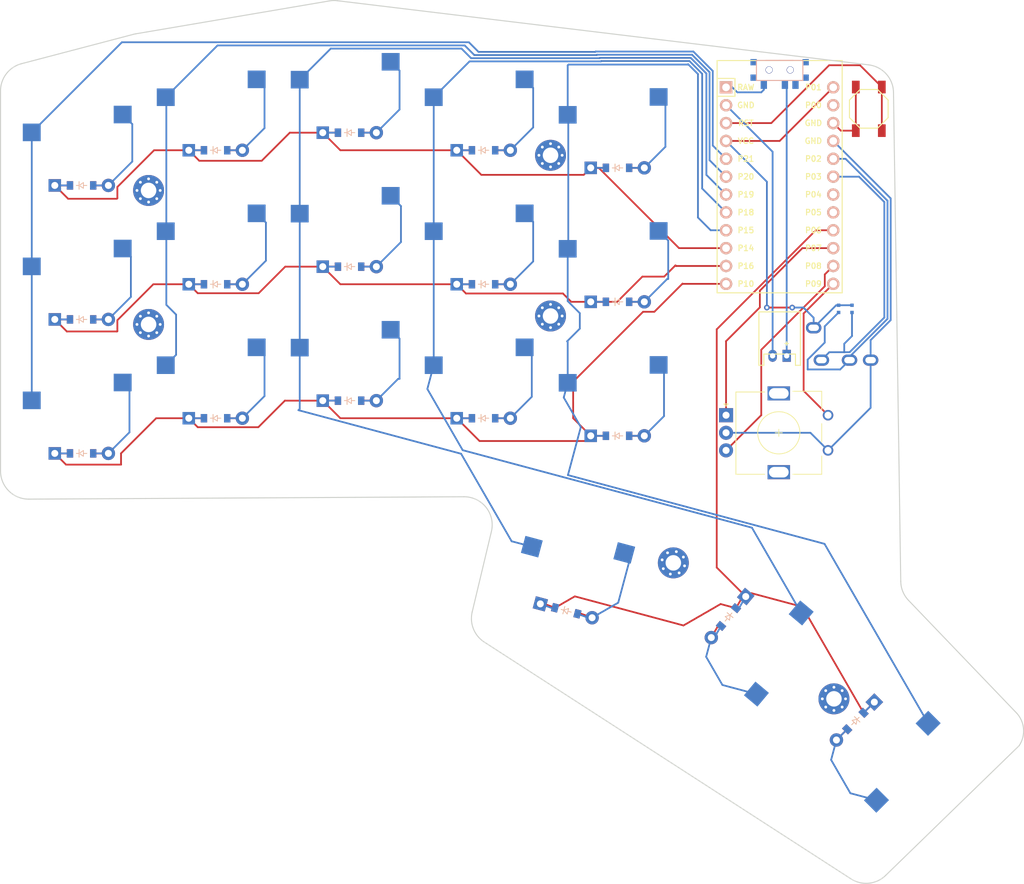
<source format=kicad_pcb>
(kicad_pcb (version 20221018) (generator pcbnew)
  (title_block (title "juubo_left") (rev "v1.0.0") (company "Unknown"))
  (layers (0 "F.Cu" signal) (31 "B.Cu" signal) (34 "B.Paste" user) (35 "F.Paste" user) (36 "B.SilkS" user "B.Silkscreen") (37 "F.SilkS" user "F.Silkscreen") (38 "B.Mask" user) (39 "F.Mask" user) (44 "Edge.Cuts" user))
  (net 0 "")
  (net 1 "P9")
  (net 2 "GND")
  (net 3 "P7")
  (net 4 "P8")
  (net 5 "P21")
  (net 6 "pinky_bottom")
  (net 7 "pinky_home")
  (net 8 "pinky_top")
  (net 9 "P20")
  (net 10 "ring_bottom")
  (net 11 "ring_home")
  (net 12 "ring_top")
  (net 13 "P19")
  (net 14 "middle_bottom")
  (net 15 "middle_home")
  (net 16 "middle_top")
  (net 17 "P18")
  (net 18 "index_bottom")
  (net 19 "index_home")
  (net 20 "index_top")
  (net 21 "P15")
  (net 22 "inner_bottom")
  (net 23 "inner_home")
  (net 24 "inner_top")
  (net 25 "layer_cluster")
  (net 26 "space_cluster")
  (net 27 "extra_cluster")
  (net 28 "P10")
  (net 29 "P16")
  (net 30 "P14")
  (net 31 "P6")
  (net 32 "RAW")
  (net 33 "RST")
  (net 34 "VCC")
  (net 35 "P0")
  (net 36 "P2")
  (net 37 "P3")
  (net 38 "P4")
  (net 39 "P5")
  (net 40 "B+")
  (footprint "E73:SPDT_C128955" (layer "F.Cu") (at 187.613786 48.4125)
    (fp_text reference "T1" hide)
    (fp_text value "" hide)
  )
  (footprint "E73:SW_TACT_ALPS_SKQGABE010" (layer "F.Cu") (at 200.291286 53.94591 90)
    (fp_text reference "B1" hide)
    (fp_text value "" hide)
  )
  (footprint "JST_PH_S2B-PH-K_02x2.00mm_Angled" (layer "F.Cu") (at 187.613785 89.063409 180)
    (fp_text reference "JST1" hide)
    (fp_text value "" hide)
  )
  (footprint "ComboDiode" (layer "F.Cu") (at 107.413787 97.935909)
    (fp_text reference "D4" hide)
    (fp_text value "" hide)
  )
  (footprint "MX" (layer "F.Cu") (at 126.463783 52.335909)
    (fp_text reference "S9" hide)
    (fp_text value "" hide)
  )
  (footprint "ComboDiode" (layer "F.Cu") (at 107.413784 59.835912)
    (fp_text reference "D6" hide)
    (fp_text value "" hide)
  )
  (footprint "TRRS-PJ-320A-dual" (layer "F.Cu") (at 203.748785 89.673409 -90)
    (fp_text reference "TRRS1")
    (fp_text value "TRRS-PJ-320A-dual")
  )
  (footprint "ComboDiode" (layer "F.Cu") (at 107.413783 78.885908)
    (fp_text reference "D5" hide)
    (fp_text value "" hide)
  )
  (footprint "MX" (layer "F.Cu") (at 88.363786 97.935909)
    (fp_text reference "S1" hide)
    (fp_text value "" hide)
  )
  (footprint "MX" (layer "F.Cu") (at 107.413785 54.83591)
    (fp_text reference "S6" hide)
    (fp_text value "" hide)
  )
  (footprint "ComboDiode" (layer "F.Cu") (at 164.563785 62.335911)
    (fp_text reference "D15" hide)
    (fp_text value "" hide)
  )
  (footprint "MX" (layer "F.Cu") (at 126.463784 90.435911)
    (fp_text reference "S7" hide)
    (fp_text value "" hide)
  )
  (footprint "MX" (layer "F.Cu") (at 145.513785 92.93591)
    (fp_text reference "S10" hide)
    (fp_text value "" hide)
  )
  (footprint "MountingHole_2.2mm_M2_Pad_Via" (layer "F.Cu") (at 155.038789 60.55091)
    (fp_text reference "_2" hide)
    (fp_text value "")
  )
  (footprint "rotary_encoder" (layer "F.Cu") (at 187.613785 100.045912)
    (fp_text reference "ROT1" hide)
    (fp_text value "")
  )
  (footprint "ComboDiode" (layer "F.Cu") (at 126.463784 76.385911)
    (fp_text reference "D8" hide)
    (fp_text value "" hide)
  )
  (footprint "ComboDiode" (layer "F.Cu") (at 126.463784 57.33591)
    (fp_text reference "D9" hide)
    (fp_text value "" hide)
  )
  (footprint "ComboDiode" (layer "F.Cu") (at 145.513784 78.88591)
    (fp_text reference "D11" hide)
    (fp_text value "" hide)
  )
  (footprint "MX" (layer "F.Cu") (at 158.563786 120.485912 -15)
    (fp_text reference "S16" hide)
    (fp_text value "" hide)
  )
  (footprint "ComboDiode" (layer "F.Cu") (at 88.363784 102.935911)
    (fp_text reference "D1" hide)
    (fp_text value "" hide)
  )
  (footprint "ComboDiode" (layer "F.Cu") (at 145.513785 97.935908)
    (fp_text reference "D10" hide)
    (fp_text value "" hide)
  )
  (footprint "ComboDiode" (layer "F.Cu") (at 164.563786 81.38591)
    (fp_text reference "D14" hide)
    (fp_text value "" hide)
  )
  (footprint "MountingHole_2.2mm_M2_Pad_Via" (layer "F.Cu") (at 155.038784 83.4)
    (fp_text reference "_6" hide)
    (fp_text value "")
  )
  (footprint "ComboDiode" (layer "F.Cu") (at 126.463785 95.435911)
    (fp_text reference "D7" hide)
    (fp_text value "" hide)
  )
  (footprint "ProMicro" (layer "F.Cu") (at 187.613787 64.860909 -90)
    (fp_text reference "MCU1" hide)
    (fp_text value "" hide)
  )
  (footprint "MX" (layer "F.Cu") (at 145.513787 54.835911)
    (fp_text reference "S12" hide)
    (fp_text value "" hide)
  )
  (footprint "MX" (layer "F.Cu") (at 88.363785 59.835911)
    (fp_text reference "S3" hide)
    (fp_text value "" hide)
  )
  (footprint "MX" (layer "F.Cu") (at 145.513785 73.885909)
    (fp_text reference "S11" hide)
    (fp_text value "" hide)
  )
  (footprint "MountingHole_2.2mm_M2_Pad_Via" (layer "F.Cu") (at 97.888786 84.6)
    (fp_text reference "_3" hide)
    (fp_text value "")
  )
  (footprint "MX" (layer "F.Cu") (at 184.174439 129.418819 -130)
    (fp_text reference "S17" hide)
    (fp_text value "" hide)
  )
  (footprint "MountingHole_2.2mm_M2_Pad_Via" (layer "F.Cu") (at 195.333274 137.833274 -135)
    (fp_text reference "_5" hide)
    (fp_text value "")
  )
  (footprint "ComboDiode" (layer "F.Cu") (at 88.363786 64.835909)
    (fp_text reference "D3" hide)
    (fp_text value "" hide)
  )
  (footprint "ComboDiode" (layer "F.Cu") (at 157.269692 125.315539 -15)
    (fp_text reference "D16" hide)
    (fp_text value "" hide)
  )
  (footprint "ComboDiode" (layer "F.Cu") (at 88.363785 83.885911)
    (fp_text reference "D2" hide)
    (fp_text value "" hide)
  )
  (footprint "MX" (layer "F.Cu") (at 201.918989 144.526213 -135)
    (fp_text reference "S18" hide)
    (fp_text value "" hide)
  )
  (footprint "MountingHole_2.2mm_M2_Pad_Via" (layer "F.Cu") (at 172.5 118.5 -15)
    (fp_text reference "_4" hide)
    (fp_text value "")
  )
  (footprint "ComboDiode" (layer "F.Cu") (at 164.563786 100.43591)
    (fp_text reference "D13" hide)
    (fp_text value "" hide)
  )
  (footprint "MX" (layer "F.Cu") (at 107.413786 92.935912)
    (fp_text reference "S4" hide)
    (fp_text value "" hide)
  )
  (footprint "MountingHole_2.2mm_M2_Pad_Via" (layer "F.Cu") (at 97.888787 65.55091)
    (fp_text reference "_1" hide)
    (fp_text value "")
  )
  (footprint "MX" (layer "F.Cu") (at 88.363785 78.885908)
    (fp_text reference "S2" hide)
    (fp_text value "" hide)
  )
  (footprint "MX" (layer "F.Cu") (at 164.563785 57.335911)
    (fp_text reference "S15" hide)
    (fp_text value "" hide)
  )
  (footprint "MX" (layer "F.Cu") (at 126.463787 71.385911)
    (fp_text reference "S8" hide)
    (fp_text value "" hide)
  )
  (footprint "ComboDiode" (layer "F.Cu") (at 198.383457 140.990682 -135)
    (fp_text reference "D18" hide)
    (fp_text value "" hide)
  )
  (footprint "MX" (layer "F.Cu") (at 164.563783 76.385911)
    (fp_text reference "S14" hide)
    (fp_text value "" hide)
  )
  (footprint "ComboDiode" (layer "F.Cu") (at 180.344219 126.204878 -130)
    (fp_text reference "D17" hide)
    (fp_text value "" hide)
  )
  (footprint "MX" (layer "F.Cu") (at 107.413784 73.88591)
    (fp_text reference "S5" hide)
    (fp_text value "" hide)
  )
  (footprint "MX" (layer "F.Cu") (at 164.563786 95.435911)
    (fp_text reference "S13" hide)
    (fp_text value "" hide)
  )
  (footprint "ComboDiode" (layer "F.Cu") (at 145.513787 59.835909)
    (fp_text reference "D12" hide)
    (fp_text value "" hide)
  )
  (footprint "RES_ERJ2RKF4701X" (layer "B.Cu") (at 197.901286 82.385911 -90)
    (fp_text reference "DISP1" hide)
    (fp_text value "RES_ERJ2RKF4701X")
  )
  (footprint "RES_ERJ2RKF4701X" (layer "B.Cu") (at 195.996287 82.385909 -90)
    (fp_text reference "DISP2" hide)
    (fp_text value "RES_ERJ2RKF4701X")
  )
  (gr_arc (start 142.722221 109.098913) (mid 145.877217 110.612025) (end 146.634761 114.028112) (stroke (width 0.15)) (layer "Edge.Cuts"))
  (gr_arc (start 95.717823 43.355782) (mid 95.889609 43.314727) (end 96.063039 43.281294) (stroke (width 0.15)) (layer "Edge.Cuts"))
  (gr_arc (start 123.58592 38.603279) (mid 124.159797 38.547878) (end 124.735675 38.575565) (stroke (width 0.15)) (layer "Edge.Cuts"))
  (gr_line (start 96.063039 43.281294) (end 123.58592 38.603279) (stroke (width 0.15)) (layer "Edge.Cuts"))
  (gr_line (start 142.722221 109.098913) (end 80.860764 109.438811) (stroke (width 0.15)) (layer "Edge.Cuts"))
  (gr_line (start 197.688861 163.388522) (end 145.621497 129.763273) (stroke (width 0.15)) (layer "Edge.Cuts"))
  (gr_arc (start 80.860763 109.438813) (mid 78.018185 108.27504) (end 76.838785 105.438871) (stroke (width 0.15)) (layer "Edge.Cuts"))
  (gr_line (start 203.800645 51.608921) (end 204.832746 121.127688) (stroke (width 0.15)) (layer "Edge.Cuts"))
  (gr_line (start 205.945229 123.836839) (end 221.356715 139.908255) (stroke (width 0.15)) (layer "Edge.Cuts"))
  (gr_arc (start 76.838784 51.396523) (mid 77.67162 48.953369) (end 79.823311 47.527571) (stroke (width 0.15)) (layer "Edge.Cuts"))
  (gr_line (start 124.735675 38.575565) (end 200.280578 47.697146) (stroke (width 0.15)) (layer "Edge.Cuts"))
  (gr_arc (start 205.945229 123.836839) (mid 205.132139 122.587738) (end 204.832746 121.127688) (stroke (width 0.15)) (layer "Edge.Cuts"))
  (gr_arc (start 200.280578 47.697143) (mid 202.774498 48.99265) (end 203.800645 51.608921) (stroke (width 0.15)) (layer "Edge.Cuts"))
  (gr_line (start 202.748997 162.877717) (end 221.659673 144.499586) (stroke (width 0.15)) (layer "Edge.Cuts"))
  (gr_arc (start 145.621497 129.763273) (mid 144.079016 127.892173) (end 143.900962 125.473809) (stroke (width 0.15)) (layer "Edge.Cuts"))
  (gr_line (start 76.838785 105.438871) (end 76.838784 51.396523) (stroke (width 0.15)) (layer "Edge.Cuts"))
  (gr_line (start 79.823311 47.527571) (end 95.717823 43.355782) (stroke (width 0.15)) (layer "Edge.Cuts"))
  (gr_line (start 143.900962 125.473809) (end 146.634761 114.028112) (stroke (width 0.15)) (layer "Edge.Cuts"))
  (gr_arc (start 202.748997 162.877717) (mid 200.311135 164.046527) (end 197.688861 163.388522) (stroke (width 0.15)) (layer "Edge.Cuts"))
  (gr_arc (start 221.356714 139.908256) (mid 222.292209 142.152188) (end 221.659673 144.499586) (stroke (width 0.15)) (layer "Edge.Cuts"))
  (segment (start 191.023785 94.035912) (end 191.023785 83.040911) (width 0.25) (layer "F.Cu") (net 1))
  (segment (start 194.493785 97.505912) (end 191.023785 94.035912) (width 0.25) (layer "F.Cu") (net 1))
  (segment (start 191.023785 83.040911) (end 195.233787 78.830909) (width 0.25) (layer "F.Cu") (net 1))
  (segment (start 198.441286 57.04591) (end 196.308788 57.04591) (width 0.25) (layer "F.Cu") (net 2))
  (segment (start 198.441286 57.04591) (end 198.441286 50.84591) (width 0.25) (layer "F.Cu") (net 2))
  (segment (start 196.308788 57.04591) (end 195.233787 55.970909) (width 0.25) (layer "F.Cu") (net 2))
  (segment (start 194.493785 102.505912) (end 200.548785 96.450912) (width 0.25) (layer "B.Cu") (net 2))
  (segment (start 203.4 83.986396) (end 203.4 66.677122) (width 0.25) (layer "B.Cu") (net 2))
  (segment (start 179.993785 100.005912) (end 191.993785 100.005912) (width 0.25) (layer "B.Cu") (net 2))
  (segment (start 200.548785 86.837611) (end 203.4 83.986396) (width 0.25) (layer "B.Cu") (net 2))
  (segment (start 200.548785 89.673409) (end 200.548785 86.837611) (width 0.25) (layer "B.Cu") (net 2))
  (segment (start 203.4 66.677122) (end 195.233787 58.510909) (width 0.25) (layer "B.Cu") (net 2))
  (segment (start 186.613785 60.050907) (end 179.993787 53.430909) (width 0.25) (layer "B.Cu") (net 2))
  (segment (start 191.993785 100.005912) (end 194.493785 102.505912) (width 0.25) (layer "B.Cu") (net 2))
  (segment (start 200.548785 96.450912) (end 200.548785 89.673409) (width 0.25) (layer "B.Cu") (net 2))
  (segment (start 186.613785 89.063409) (end 186.613785 60.050907) (width 0.25) (layer "B.Cu") (net 2))
  (segment (start 179.993785 97.505912) (end 179.993785 86.98091) (width 0.25) (layer "F.Cu") (net 3))
  (segment (start 184.8 82.174695) (end 184.8 79.8) (width 0.25) (layer "F.Cu") (net 3))
  (segment (start 190.849091 73.750909) (end 195.233787 73.750909) (width 0.25) (layer "F.Cu") (net 3))
  (segment (start 179.993785 86.98091) (end 184.8 82.174695) (width 0.25) (layer "F.Cu") (net 3))
  (segment (start 184.8 79.8) (end 190.849091 73.750909) (width 0.25) (layer "F.Cu") (net 3))
  (segment (start 179.993785 102.505912) (end 185 97.499697) (width 0.25) (layer "F.Cu") (net 4))
  (segment (start 194.032487 77.492209) (end 195.233787 76.290909) (width 0.25) (layer "F.Cu") (net 4))
  (segment (start 194.032487 79.167513) (end 194.032487 77.492209) (width 0.25) (layer "F.Cu") (net 4))
  (segment (start 185 97.499697) (end 185 88.2) (width 0.25) (layer "F.Cu") (net 4))
  (segment (start 185 88.2) (end 194.032487 79.167513) (width 0.25) (layer "F.Cu") (net 4))
  (segment (start 144.8 45.85) (end 161.4 45.85) (width 0.25) (layer "B.Cu") (net 5))
  (segment (start 81.278785 57.295911) (end 81.278786 76.345909) (width 0.25) (layer "B.Cu") (net 5))
  (segment (start 81.278785 57.295911) (end 94.093787 44.480909) (width 0.25) (layer "B.Cu") (net 5))
  (segment (start 175.345584 45.8) (end 178.1 48.554416) (width 0.25) (layer "B.Cu") (net 5))
  (segment (start 178.1 48.554416) (end 178.1 59.157122) (width 0.25) (layer "B.Cu") (net 5))
  (segment (start 94.093787 44.480909) (end 143.430909 44.480909) (width 0.25) (layer "B.Cu") (net 5))
  (segment (start 161.45 45.8) (end 175.345584 45.8) (width 0.25) (layer "B.Cu") (net 5))
  (segment (start 143.430909 44.480909) (end 144.8 45.85) (width 0.25) (layer "B.Cu") (net 5))
  (segment (start 161.4 45.85) (end 161.45 45.8) (width 0.25) (layer "B.Cu") (net 5))
  (segment (start 178.1 59.157122) (end 179.993787 61.050909) (width 0.25) (layer "B.Cu") (net 5))
  (segment (start 81.278786 76.345909) (end 81.278787 95.39591) (width 0.25) (layer "B.Cu") (net 5))
  (segment (start 90.013783 102.93591) (end 92.173783 102.935911) (width 0.25) (layer "F.Cu") (net 6))
  (segment (start 95.172232 93.822356) (end 94.205786 92.85591) (width 0.25) (layer "B.Cu") (net 6))
  (segment (start 92.173784 102.93591) (end 95.172232 99.937463) (width 0.25) (layer "B.Cu") (net 6))
  (segment (start 92.173783 102.935911) (end 90.013783 102.93591) (width 0.25) (layer "B.Cu") (net 6))
  (segment (start 95.172232 99.937463) (end 95.172232 93.822356) (width 0.25) (layer "B.Cu") (net 6))
  (segment (start 92.173785 83.885908) (end 90.013785 83.885908) (width 0.25) (layer "F.Cu") (net 7))
  (segment (start 90.013785 83.885908) (end 92.173785 83.885908) (width 0.25) (layer "B.Cu") (net 7))
  (segment (start 95.372232 80.687464) (end 95.372231 74.972355) (width 0.25) (layer "B.Cu") (net 7))
  (segment (start 92.173786 83.885911) (end 95.372232 80.687464) (width 0.25) (layer "B.Cu") (net 7))
  (segment (start 95.372231 74.972355) (end 94.205786 73.805909) (width 0.25) (layer "B.Cu") (net 7))
  (segment (start 90.013784 64.835913) (end 92.173786 64.835909) (width 0.25) (layer "F.Cu") (net 8))
  (segment (start 95.572232 61.437463) (end 95.572232 56.122358) (width 0.25) (layer "B.Cu") (net 8))
  (segment (start 95.572232 56.122358) (end 94.205785 54.755911) (width 0.25) (layer "B.Cu") (net 8))
  (segment (start 92.173786 64.835909) (end 90.013784 64.835913) (width 0.25) (layer "B.Cu") (net 8))
  (segment (start 92.173786 64.835909) (end 95.572232 61.437463) (width 0.25) (layer "B.Cu") (net 8))
  (segment (start 177.65 48.740812) (end 177.65 61.247122) (width 0.25) (layer "B.Cu") (net 9))
  (segment (start 100.328784 90.395909) (end 100.328785 90.395912) (width 0.25) (layer "B.Cu") (net 9))
  (segment (start 100.413788 52.380911) (end 100.413787 71.260908) (width 0.25) (layer "B.Cu") (net 9))
  (segment (start 107.693786 44.930909) (end 142.830909 44.930909) (width 0.25) (layer "B.Cu") (net 9))
  (segment (start 161.6 46.3) (end 161.65 46.25) (width 0.25) (layer "B.Cu") (net 9))
  (segment (start 100.413786 81.813786) (end 101.8 83.2) (width 0.25) (layer "B.Cu") (net 9))
  (segment (start 100.413787 71.260908) (end 100.328783 71.345911) (width 0.25) (layer "B.Cu") (net 9))
  (segment (start 100.413786 71.430912) (end 100.413786 81.813786) (width 0.25) (layer "B.Cu") (net 9))
  (segment (start 100.328785 52.29591) (end 100.413788 52.380911) (width 0.25) (layer "B.Cu") (net 9))
  (segment (start 177.65 61.247122) (end 179.993787 63.590909) (width 0.25) (layer "B.Cu") (net 9))
  (segment (start 161.65 46.25) (end 175.159188 46.25) (width 0.25) (layer "B.Cu") (net 9))
  (segment (start 101.8 88.924698) (end 100.328786 90.395912) (width 0.25) (layer "B.Cu") (net 9))
  (segment (start 100.328784 71.34591) (end 100.413786 71.430912) (width 0.25) (layer "B.Cu") (net 9))
  (segment (start 175.159188 46.25) (end 177.65 48.740812) (width 0.25) (layer "B.Cu") (net 9))
  (segment (start 142.830909 44.930909) (end 144.2 46.3) (width 0.25) (layer "B.Cu") (net 9))
  (segment (start 100.328785 52.29591) (end 107.693786 44.930909) (width 0.25) (layer "B.Cu") (net 9))
  (segment (start 101.8 83.2) (end 101.8 88.924698) (width 0.25) (layer "B.Cu") (net 9))
  (segment (start 144.2 46.3) (end 161.6 46.3) (width 0.25) (layer "B.Cu") (net 9))
  (segment (start 111.223787 97.93591) (end 109.063785 97.93591) (width 0.25) (layer "F.Cu") (net 10))
  (segment (start 114.372232 94.787465) (end 114.372231 88.972358) (width 0.25) (layer "B.Cu") (net 10))
  (segment (start 111.223787 97.93591) (end 114.372232 94.787465) (width 0.25) (layer "B.Cu") (net 10))
  (segment (start 109.063785 97.93591) (end 111.223787 97.93591) (width 0.25) (layer "B.Cu") (net 10))
  (segment (start 114.372231 88.972358) (end 113.255787 87.855911) (width 0.25) (layer "B.Cu") (net 10))
  (segment (start 109.063783 78.88591) (end 111.223784 78.885908) (width 0.25) (layer "F.Cu") (net 11))
  (segment (start 114.572232 75.537461) (end 114.572231 70.122359) (width 0.25) (layer "B.Cu") (net 11))
  (segment (start 111.223783 78.88591) (end 114.572232 75.537461) (width 0.25) (layer "B.Cu") (net 11))
  (segment (start 114.572231 70.122359) (end 113.255784 68.805911) (width 0.25) (layer "B.Cu") (net 11))
  (segment (start 111.223784 78.885908) (end 109.063783 78.88591) (width 0.25) (layer "B.Cu") (net 11))
  (segment (start 111.223787 59.835909) (end 109.063786 59.835908) (width 0.25) (layer "F.Cu") (net 12))
  (segment (start 114.372231 50.872356) (end 113.255785 49.755909) (width 0.25) (layer "B.Cu") (net 12))
  (segment (start 109.063786 59.835908) (end 111.223787 59.835909) (width 0.25) (layer "B.Cu") (net 12))
  (segment (start 111.223783 59.835912) (end 114.372232 56.687464) (width 0.25) (layer "B.Cu") (net 12))
  (segment (start 114.372232 56.687464) (end 114.372231 50.872356) (width 0.25) (layer "B.Cu") (net 12))
  (segment (start 119.378787 87.895908) (end 119.378784 87.895911) (width 0.25) (layer "B.Cu") (net 13))
  (segment (start 174.972792 46.7) (end 177.2 48.927208) (width 0.25) (layer "B.Cu") (net 13))
  (segment (start 143.75 46.75) (end 162 46.75) (width 0.25) (layer "B.Cu") (net 13))
  (segment (start 142.323172 102.987514) (end 119.2 96.791679) (width 0.25) (layer "B.Cu") (net 13))
  (segment (start 162.05 46.7) (end 174.972792 46.7) (width 0.25) (layer "B.Cu") (net 13))
  (segment (start 142.380909 45.380909) (end 143.75 46.75) (width 0.25) (layer "B.Cu") (net 13))
  (segment (start 177.2 63.337122) (end 179.993787 66.130909) (width 0.25) (layer "B.Cu") (net 13))
  (segment (start 162 46.75) (end 162.05 46.7) (width 0.25) (layer "B.Cu") (net 13))
  (segment (start 119.378783 49.795908) (end 119.378784 68.845909) (width 0.25) (layer "B.Cu") (net 13))
  (segment (start 119.2 96.791679) (end 119.378784 96.612895) (width 0.25) (layer "B.Cu") (net 13))
  (segment (start 119.378787 68.845912) (end 119.378787 87.895908) (width 0.25) (layer "B.Cu") (net 13))
  (segment (start 119.378784 68.845909) (end 119.378787 68.845912) (width 0.25) (layer "B.Cu") (net 13))
  (segment (start 119.378784 96.612895) (end 119.378784 87.895911) (width 0.25) (layer "B.Cu") (net 13))
  (segment (start 177.2 48.927208) (end 177.2 63.337122) (width 0.25) (layer "B.Cu") (net 13))
  (segment (start 152.377603 116.198728) (end 149.506511 115.429421) (width 0.25) (layer "B.Cu") (net 13))
  (segment (start 149.506511 115.429421) (end 142.323172 102.987514) (width 0.25) (layer "B.Cu") (net 13))
  (segment (start 119.378783 49.795909) (end 123.793783 45.380909) (width 0.25) (layer "B.Cu") (net 13))
  (segment (start 123.793783 45.380909) (end 142.380909 45.380909) (width 0.25) (layer "B.Cu") (net 13))
  (segment (start 128.113785 95.435911) (end 130.273787 95.435911) (width 0.25) (layer "F.Cu") (net 14))
  (segment (start 133.377376 92.332319) (end 133.572232 92.33232) (width 0.25) (layer "B.Cu") (net 14))
  (segment (start 130.273785 95.435911) (end 133.377376 92.332319) (width 0.25) (layer "B.Cu") (net 14))
  (segment (start 130.273787 95.435911) (end 128.113785 95.435911) (width 0.25) (layer "B.Cu") (net 14))
  (segment (start 133.572232 86.622358) (end 132.305785 85.355911) (width 0.25) (layer "B.Cu") (net 14))
  (segment (start 133.572232 92.33232) (end 133.572232 86.622358) (width 0.25) (layer "B.Cu") (net 14))
  (segment (start 130.273785 76.38591) (end 128.113784 76.385908) (width 0.25) (layer "F.Cu") (net 15))
  (segment (start 133.772232 67.772357) (end 132.305786 66.305912) (width 0.25) (layer "B.Cu") (net 15))
  (segment (start 133.772232 72.887463) (end 133.772232 67.772357) (width 0.25) (layer "B.Cu") (net 15))
  (segment (start 128.113784 76.385908) (end 130.273785 76.38591) (width 0.25) (layer "B.Cu") (net 15))
  (segment (start 130.273782 76.385911) (end 133.772232 72.887463) (width 0.25) (layer "B.Cu") (net 15))
  (segment (start 128.113785 57.33591) (end 130.273785 57.335911) (width 0.25) (layer "F.Cu") (net 16))
  (segment (start 133.572233 54.037462) (end 133.572232 48.522356) (width 0.25) (layer "B.Cu") (net 16))
  (segment (start 130.273785 57.335911) (end 128.113785 57.33591) (width 0.25) (layer "B.Cu") (net 16))
  (segment (start 133.572232 48.522356) (end 132.305784 47.255908) (width 0.25) (layer "B.Cu") (net 16))
  (segment (start 130.273786 57.33591) (end 133.572233 54.037462) (width 0.25) (layer "B.Cu") (net 16))
  (segment (start 162.25 47.15) (end 174.786396 47.15) (width 0.25) (layer "B.Cu") (net 17))
  (segment (start 143.524698 47.2) (end 162.2 47.2) (width 0.25) (layer "B.Cu") (net 17))
  (segment (start 183.673254 113.497832) (end 142.548975 102.478616) (width 0.25) (layer "B.Cu") (net 17))
  (segment (start 138.428785 71.34591) (end 138.428785 90.395912) (width 0.25) (layer "B.Cu") (net 17))
  (segment (start 142.548975 102.478616) (end 137.523544 93.774313) (width 0.25) (layer "B.Cu") (net 17))
  (segment (start 162.2 47.2) (end 162.25 47.15) (width 0.25) (layer "B.Cu") (net 17))
  (segment (start 176.6 65.277122) (end 179.993787 68.670909) (width 0.25) (layer "B.Cu") (net 17))
  (segment (start 174.786396 47.15) (end 176.6 48.963604) (width 0.25) (layer "B.Cu") (net 17))
  (segment (start 137.523544 93.774313) (end 138.428785 90.39591) (width 0.25) (layer "B.Cu") (net 17))
  (segment (start 176.6 48.963604) (end 176.6 65.277122) (width 0.25) (layer "B.Cu") (net 17))
  (segment (start 190.674343 125.624074) (end 183.673254 113.497832) (width 0.25) (layer "B.Cu") (net 17))
  (segment (start 138.428787 52.295911) (end 143.524698 47.2) (width 0.25) (layer "B.Cu") (net 17))
  (segment (start 138.428788 71.345906) (end 138.428785 71.34591) (width 0.25) (layer "B.Cu") (net 17))
  (segment (start 138.428787 52.295911) (end 138.428788 71.345906) (width 0.25) (layer "B.Cu") (net 17))
  (segment (start 149.323783 97.935911) (end 147.163785 97.93591) (width 0.25) (layer "F.Cu") (net 18))
  (segment (start 152.372231 88.872359) (end 151.355785 87.855912) (width 0.25) (layer "B.Cu") (net 18))
  (segment (start 149.323785 97.935911) (end 152.372232 94.887463) (width 0.25) (layer "B.Cu") (net 18))
  (segment (start 152.372232 94.887463) (end 152.372231 88.872359) (width 0.25) (layer "B.Cu") (net 18))
  (segment (start 147.163785 97.93591) (end 149.323783 97.935911) (width 0.25) (layer "B.Cu") (net 18))
  (segment (start 147.163786 78.885912) (end 149.323785 78.885907) (width 0.25) (layer "F.Cu") (net 19))
  (segment (start 152.572233 70.022357) (end 151.355784 68.805909) (width 0.25) (layer "B.Cu") (net 19))
  (segment (start 149.323784 78.885911) (end 152.572232 75.637464) (width 0.25) (layer "B.Cu") (net 19))
  (segment (start 149.323785 78.885907) (end 147.163786 78.885912) (width 0.25) (layer "B.Cu") (net 19))
  (segment (start 152.572232 75.637464) (end 152.572233 70.022357) (width 0.25) (layer "B.Cu") (net 19))
  (segment (start 149.323785 59.83591) (end 147.163785 59.835909) (width 0.25) (layer "F.Cu") (net 20))
  (segment (start 147.163785 59.835909) (end 149.323785 59.83591) (width 0.25) (layer "B.Cu") (net 20))
  (segment (start 152.572232 56.587463) (end 152.572232 50.972355) (width 0.25) (layer "B.Cu") (net 20))
  (segment (start 149.323786 59.835909) (end 152.572232 56.587463) (width 0.25) (layer "B.Cu") (net 20))
  (segment (start 152.572232 50.972355) (end 151.355786 49.755911) (width 0.25) (layer "B.Cu") (net 20))
  (segment (start 159.343048 99.192616) (end 157.513027 106.022347) (width 0.25) (layer "B.Cu") (net 21))
  (segment (start 157.478784 92.895908) (end 157.478786 92.89591) (width 0.25) (layer "B.Cu") (net 21))
  (segment (start 157.6 47.65) (end 174.55 47.65) (width 0.25) (layer "B.Cu") (net 21))
  (segment (start 157.478783 73.845911) (end 157.478783 81.278783) (width 0.25) (layer "B.Cu") (net 21))
  (segment (start 157.563789 73.760904) (end 157.478783 73.845911) (width 0.25) (layer "B.Cu") (net 21))
  (segment (start 159.2 85.2) (end 157.4 87) (width 0.25) (layer "B.Cu") (net 21))
  (segment (start 157.478785 47.771215) (end 157.6 47.65) (width 0.25) (layer "B.Cu") (net 21))
  (segment (start 157.478786 92.895911) (end 156.917357 94.991193) (width 0.25) (layer "B.Cu") (net 21))
  (segment (start 157.4 87) (end 157.478786 87.078786) (width 0.25) (layer "B.Cu") (net 21))
  (segment (start 159.2 83) (end 159.2 85.2) (width 0.25) (layer "B.Cu") (net 21))
  (segment (start 157.478783 81.278783) (end 159.2 83) (width 0.25) (layer "B.Cu") (net 21))
  (segment (start 157.563789 54.880912) (end 157.563789 73.760904) (width 0.25) (layer "B.Cu") (net 21))
  (segment (start 156.917357 94.991193) (end 159.343048 99.192616) (width 0.25) (layer "B.Cu") (net 21))
  (segment (start 157.478786 87.078786) (end 157.478786 92.895911) (width 0.25) (layer "B.Cu") (net 21))
  (segment (start 177.810909 71.210909) (end 179.993787 71.210909) (width 0.25) (layer "B.Cu") (net 21))
  (segment (start 157.478786 54.79591) (end 157.563789 54.880912) (width 0.25) (layer "B.Cu") (net 21))
  (segment (start 176 49) (end 176 69.4) (width 0.25) (layer "B.Cu") (net 21))
  (segment (start 176 69.4) (end 177.810909 71.210909) (width 0.25) (layer "B.Cu") (net 21))
  (segment (start 157.513027 106.022347) (end 193.99375 115.797328) (width 0.25) (layer "B.Cu") (net 21))
  (segment (start 174.55 47.65) (end 174.6 47.6) (width 0.25) (layer "B.Cu") (net 21))
  (segment (start 174.6 47.6) (end 176 49) (width 0.25) (layer "B.Cu") (net 21))
  (segment (start 193.99375 115.797328) (end 208.724891 141.312414) (width 0.25) (layer "B.Cu") (net 21))
  (segment (start 157.478785 54.795911) (end 157.478785 47.771215) (width 0.25) (layer "B.Cu") (net 21))
  (segment (start 166.213786 100.435911) (end 168.373787 100.435911) (width 0.25) (layer "F.Cu") (net 22))
  (segment (start 171.172233 97.637464) (end 171.172233 91.122355) (width 0.25) (layer "B.Cu") (net 22))
  (segment (start 168.373787 100.435911) (end 166.213786 100.435911) (width 0.25) (layer "B.Cu") (net 22))
  (segment (start 171.172233 91.122355) (end 170.405786 90.355911) (width 0.25) (layer "B.Cu") (net 22))
  (segment (start 168.373786 100.435909) (end 171.172233 97.637464) (width 0.25) (layer "B.Cu") (net 22))
  (segment (start 168.373783 81.385909) (end 166.213787 81.38591) (width 0.25) (layer "F.Cu") (net 23))
  (segment (start 171.627376 78.13232) (end 171.772232 78.13232) (width 0.25) (layer "B.Cu") (net 23))
  (segment (start 168.373787 81.385909) (end 171.627376 78.13232) (width 0.25) (layer "B.Cu") (net 23))
  (segment (start 166.213787 81.38591) (end 168.373783 81.385909) (width 0.25) (layer "B.Cu") (net 23))
  (segment (start 171.772232 72.67236) (end 170.405781 71.305911) (width 0.25) (layer "B.Cu") (net 23))
  (segment (start 171.772232 78.13232) (end 171.772232 72.67236) (width 0.25) (layer "B.Cu") (net 23))
  (segment (start 166.213786 62.335911) (end 168.373784 62.33591) (width 0.25) (layer "F.Cu") (net 24))
  (segment (start 171.372232 53.222354) (end 170.405786 52.255911) (width 0.25) (layer "B.Cu") (net 24))
  (segment (start 168.373784 62.33591) (end 166.213786 62.335911) (width 0.25) (layer "B.Cu") (net 24))
  (segment (start 171.372232 59.337463) (end 171.372232 53.222354) (width 0.25) (layer "B.Cu") (net 24))
  (segment (start 168.373784 62.335911) (end 171.372232 59.337463) (width 0.25) (layer "B.Cu") (net 24))
  (segment (start 160.949869 126.30164) (end 159.104758 125.630075) (width 0.25) (layer "F.Cu") (net 25))
  (segment (start 159.104758 125.630075) (end 158.863468 125.74259) (width 0.25) (layer "F.Cu") (net 25))
  (segment (start 166.228349 118.315284) (end 165.521525 117.09103) (width 0.25) (layer "B.Cu") (net 25))
  (segment (start 160.949869 126.30164) (end 164.662805 124.157976) (width 0.25) (layer "B.Cu") (net 25))
  (segment (start 160.708577 126.414157) (end 160.949869 126.30164) (width 0.25) (layer "B.Cu") (net 25))
  (segment (start 164.662805 124.157976) (end 166.228349 118.315284) (width 0.25) (layer "B.Cu") (net 25))
  (segment (start 158.863468 125.74259) (end 160.708577 126.414157) (width 0.25) (layer "B.Cu") (net 25))
  (segment (start 178.771249 127.60614) (end 179.283619 127.468853) (width 0.25) (layer "F.Cu") (net 26))
  (segment (start 177.895197 129.123508) (end 178.771249 127.60614) (width 0.25) (layer "F.Cu") (net 26))
  (segment (start 178.407567 128.98622) (end 177.895197 129.123508) (width 0.25) (layer "B.Cu") (net 26))
  (segment (start 179.478079 135.864494) (end 184.310781 137.159412) (width 0.25) (layer "B.Cu") (net 26))
  (segment (start 177.895197 129.123507) (end 177.163265 131.855117) (width 0.25) (layer "B.Cu") (net 26))
  (segment (start 177.163265 131.855117) (end 179.478079 135.864494) (width 0.25) (layer "B.Cu") (net 26))
  (segment (start 179.283619 127.468853) (end 178.407567 128.98622) (width 0.25) (layer "B.Cu") (net 26))
  (segment (start 195.68938 143.68476) (end 197.216731 142.157409) (width 0.25) (layer "F.Cu") (net 27))
  (segment (start 197.672258 151.255701) (end 201.380174 152.249235) (width 0.25) (layer "B.Cu") (net 27))
  (segment (start 194.932349 146.510039) (end 197.672258 151.255701) (width 0.25) (layer "B.Cu") (net 27))
  (segment (start 195.68938 143.68476) (end 194.932349 146.510039) (width 0.25) (layer "B.Cu") (net 27))
  (segment (start 197.216731 142.157409) (end 195.68938 143.68476) (width 0.25) (layer "B.Cu") (net 27))
  (segment (start 84.553783 102.935909) (end 86.713786 102.935908) (width 0.25) (layer "F.Cu") (net 28))
  (segment (start 173.830909 78.830909) (end 179.993787 78.830909) (width 0.25) (layer "F.Cu") (net 28))
  (segment (start 160.753786 100.43591) (end 158.257886 97.94001) (width 0.25) (layer "F.Cu") (net 28))
  (segment (start 158.257886 92.740161) (end 168.198047 82.8) (width 0.25) (layer "F.Cu") (net 28))
  (segment (start 141.703785 97.935911) (end 144.943785 101.175911) (width 0.25) (layer "F.Cu") (net 28))
  (segment (start 105.763787 97.935909) (end 103.603785 97.935911) (width 0.25) (layer "F.Cu") (net 28))
  (segment (start 173.8 78.8) (end 173.830909 78.830909) (width 0.25) (layer "F.Cu") (net 28))
  (segment (start 122.653785 95.435911) (end 125.153786 97.93591) (width 0.25) (layer "F.Cu") (net 28))
  (segment (start 104.881287 99.213409) (end 113.491142 99.21341) (width 0.25) (layer "F.Cu") (net 28))
  (segment (start 98.968642 97.935909) (end 103.603786 97.93591) (width 0.25) (layer "F.Cu") (net 28))
  (segment (start 122.653786 95.435908) (end 124.813786 95.435911) (width 0.25) (layer "F.Cu") (net 28))
  (segment (start 143.863785 97.935912) (end 141.703785 97.93591) (width 0.25) (layer "F.Cu") (net 28))
  (segment (start 144.943785 101.175911) (end 160.013784 101.17591) (width 0.25) (layer "F.Cu") (net 28))
  (segment (start 160.013784 101.17591) (end 160.753786 100.43591) (width 0.25) (layer "F.Cu") (net 28))
  (segment (start 160.753786 100.435909) (end 162.913785 100.435908) (width 0.25) (layer "F.Cu") (net 28))
  (segment (start 168.198047 82.8) (end 169.8 82.8) (width 0.25) (layer "F.Cu") (net 28))
  (segment (start 169.8 82.8) (end 173.8 78.8) (width 0.25) (layer "F.Cu") (net 28))
  (segment (start 125.153786 97.93591) (end 141.703785 97.935911) (width 0.25) (layer "F.Cu") (net 28))
  (segment (start 103.603786 97.93591) (end 104.881287 99.213409) (width 0.25) (layer "F.Cu") (net 28))
  (segment (start 158.257886 97.94001) (end 158.257886 92.740161) (width 0.25) (layer "F.Cu") (net 28))
  (segment (start 113.491142 99.21341) (end 117.268641 95.435911) (width 0.25) (layer "F.Cu") (net 28))
  (segment (start 93.972231 104.53232) (end 93.972232 102.932319) (width 0.25) (layer "F.Cu") (net 28))
  (segment (start 86.150193 104.532319) (end 93.972231 104.53232) (width 0.25) (layer "F.Cu") (net 28))
  (segment (start 117.268641 95.435911) (end 122.653785 95.435911) (width 0.25) (layer "F.Cu") (net 28))
  (segment (start 84.553784 102.935911) (end 86.150193 104.532319) (width 0.25) (layer "F.Cu") (net 28))
  (segment (start 93.972232 102.932319) (end 98.968642 97.935909) (width 0.25) (layer "F.Cu") (net 28))
  (segment (start 103.603785 97.935911) (end 105.763787 97.935909) (width 0.25) (layer "B.Cu") (net 28))
  (segment (start 162.913785 100.435908) (end 160.753786 100.435909) (width 0.25) (layer "B.Cu") (net 28))
  (segment (start 124.813786 95.435911) (end 122.653786 95.435908) (width 0.25) (layer "B.Cu") (net 28))
  (segment (start 86.713786 102.935908) (end 84.553783 102.935909) (width 0.25) (layer "B.Cu") (net 28))
  (segment (start 141.703785 97.93591) (end 143.863785 97.935912) (width 0.25) (layer "B.Cu") (net 28))
  (segment (start 103.603785 78.88591) (end 105.763783 78.885912) (width 0.25) (layer "F.Cu") (net 29))
  (segment (start 171.2 77.8) (end 172.8 76.2) (width 0.25) (layer "F.Cu") (net 29))
  (segment (start 157.98591 81.38591) (end 160.753786 81.38591) (width 0.25) (layer "F.Cu") (net 29))
  (segment (start 84.553785 83.885911) (end 86.267874 85.6) (width 0.25) (layer "F.Cu") (net 29))
  (segment (start 172.8 76.2) (end 172.890909 76.290909) (width 0.25) (layer "F.Cu") (net 29))
  (segment (start 98.565377 78.885908) (end 103.603783 78.885908) (width 0.25) (layer "F.Cu") (net 29))
  (segment (start 141.703786 78.885911) (end 143.863785 78.885908) (width 0.25) (layer "F.Cu") (net 29))
  (segment (start 113.541142 80.16341) (end 117.318641 76.385911) (width 0.25) (layer "F.Cu") (net 29))
  (segment (start 86.713784 83.885909) (end 84.553785 83.885909) (width 0.25) (layer "F.Cu") (net 29))
  (segment (start 86.267874 85.6) (end 93.4 85.6) (width 0.25) (layer "F.Cu") (net 29))
  (segment (start 104.881283 80.16341) (end 113.541142 80.16341) (width 0.25) (layer "F.Cu") (net 29))
  (segment (start 93.4 85.6) (end 93.451285 85.548715) (width 0.25) (layer "F.Cu") (net 29))
  (segment (start 172.890909 76.290909) (end 179.993787 76.290909) (width 0.25) (layer "F.Cu") (net 29))
  (segment (start 124.813784 76.385911) (end 122.653786 76.38591) (width 0.25) (layer "F.Cu") (net 29))
  (segment (start 122.653784 76.38591) (end 125.153784 78.88591) (width 0.25) (layer "F.Cu") (net 29))
  (segment (start 162.913784 81.38591) (end 160.753786 81.385909) (width 0.25) (layer "F.Cu") (net 29))
  (segment (start 125.153784 78.88591) (end 141.703785 78.885911) (width 0.25) (layer "F.Cu") (net 29))
  (segment (start 103.603783 78.88591) (end 104.881283 80.16341) (width 0.25) (layer "F.Cu") (net 29))
  (segment (start 168.099696 77.8) (end 171.2 77.8) (width 0.25) (layer "F.Cu") (net 29))
  (segment (start 93.451285 84) (end 98.565377 78.885908) (width 0.25) (layer "F.Cu") (net 29))
  (segment (start 164.513786 81.38591) (end 168.099696 77.8) (width 0.25) (layer "F.Cu") (net 29))
  (segment (start 143.017874 80.2) (end 156.8 80.2) (width 0.25) (layer "F.Cu") (net 29))
  (segment (start 141.703784 78.88591) (end 143.017874 80.2) (width 0.25) (layer "F.Cu") (net 29))
  (segment (start 93.451285 85.548715) (end 93.451285 84) (width 0.25) (layer "F.Cu") (net 29))
  (segment (start 156.8 80.2) (end 157.98591 81.38591) (width 0.25) (layer "F.Cu") (net 29))
  (segment (start 160.753786 81.38591) (end 164.513786 81.38591) (width 0.25) (layer "F.Cu") (net 29))
  (segment (start 117.318641 76.385911) (end 122.653784 76.38591) (width 0.25) (layer "F.Cu") (net 29))
  (segment (start 160.753786 81.385909) (end 162.913784 81.38591) (width 0.25) (layer "B.Cu") (net 29))
  (segment (start 122.653786 76.38591) (end 124.813784 76.385911) (width 0.25) (layer "B.Cu") (net 29))
  (segment (start 105.763783 78.885912) (end 103.603785 78.88591) (width 0.25) (layer "B.Cu") (net 29))
  (segment (start 84.553785 83.885909) (end 86.713784 83.885909) (width 0.25) (layer "B.Cu") (net 29))
  (segment (start 143.863785 78.885908) (end 141.703786 78.885911) (width 0.25) (layer "B.Cu") (net 29))
  (segment (start 122.653788 57.335911) (end 124.813787 57.335909) (width 0.25) (layer "F.Cu") (net 30))
  (segment (start 84.553785 64.83591) (end 86.713786 64.835908) (width 0.25) (layer "F.Cu") (net 30))
  (segment (start 122.653785 57.33591) (end 125.153784 59.835909) (width 0.25) (layer "F.Cu") (net 30))
  (segment (start 93.451285 66.653265) (end 93.451287 65.053265) (width 0.25) (layer "F.Cu") (net 30))
  (segment (start 160.753783 62.335911) (end 162.913787 62.33591) (width 0.25) (layer "F.Cu") (net 30))
  (segment (start 98.66864 59.835912) (end 103.603784 59.835912) (width 0.25) (layer "F.Cu") (net 30))
  (segment (start 160.753785 62.335911) (end 161.892785 62.335911) (width 0.25) (layer "F.Cu") (net 30))
  (segment (start 143.863785 59.835911) (end 141.703787 59.835908) (width 0.25) (layer "F.Cu") (net 30))
  (segment (start 103.603784 59.835912) (end 105.100192 61.332319) (width 0.25) (layer "F.Cu") (net 30))
  (segment (start 117.968642 57.335909) (end 122.653785 57.33591) (width 0.25) (layer "F.Cu") (net 30))
  (segment (start 93.372232 66.73232) (end 93.451285 66.653265) (width 0.25) (layer "F.Cu") (net 30))
  (segment (start 113.972233 61.33232) (end 117.968642 57.335909) (width 0.25) (layer "F.Cu") (net 30))
  (segment (start 125.153784 59.835909) (end 141.703786 59.835909) (width 0.25) (layer "F.Cu") (net 30))
  (segment (start 84.553786 64.835908) (end 86.450197 66.732319) (width 0.25) (layer "F.Cu") (net 30))
  (segment (start 159.757375 63.33232) (end 160.753784 62.335911) (width 0.25) (layer "F.Cu") (net 30))
  (segment (start 105.763786 59.83591) (end 103.603785 59.835911) (width 0.25) (layer "F.Cu") (net 30))
  (segment (start 93.451287 65.053265) (end 98.66864 59.835912) (width 0.25) (layer "F.Cu") (net 30))
  (segment (start 86.450197 66.732319) (end 93.372232 66.73232) (width 0.25) (layer "F.Cu") (net 30))
  (segment (start 105.100192 61.332319) (end 113.972233 61.33232) (width 0.25) (layer "F.Cu") (net 30))
  (segment (start 141.703786 59.835909) (end 145.200197 63.33232) (width 0.25) (layer "F.Cu") (net 30))
  (segment (start 173.307783 73.750909) (end 179.993787 73.750909) (width 0.25) (layer "F.Cu") (net 30))
  (segment (start 145.200197 63.33232) (end 159.757375 63.33232) (width 0.25) (layer "F.Cu") (net 30))
  (segment (start 161.892785 62.335911) (end 173.307783 73.750909) (width 0.25) (layer "F.Cu") (net 30))
  (segment (start 162.913787 62.33591) (end 160.753783 62.335911) (width 0.25) (layer "B.Cu") (net 30))
  (segment (start 103.603785 59.835911) (end 105.763786 59.83591) (width 0.25) (layer "B.Cu") (net 30))
  (segment (start 84.553785 64.83591) (end 86.713786 64.835908) (width 0.25) (layer "B.Cu") (net 30))
  (segment (start 141.703787 59.835908) (end 143.863785 59.835911) (width 0.25) (layer "B.Cu") (net 30))
  (segment (start 124.813787 57.335909) (end 122.653788 57.335911) (width 0.25) (layer "B.Cu") (net 30))
  (segment (start 179.217524 124.354821) (end 181.404818 124.940903) (width 0.25) (layer "F.Cu") (net 31))
  (segment (start 155.675914 124.888487) (end 158.491324 123.263011) (width 0.25) (layer "F.Cu") (net 31))
  (segment (start 155.675914 124.888486) (end 153.830805 124.216921) (width 0.25) (layer "F.Cu") (net 31))
  (segment (start 178.668785 119.161794) (end 178.668785 85.294819) (width 0.25) (layer "F.Cu") (net 31))
  (segment (start 178.668785 85.294819) (end 192.752695 71.210909) (width 0.25) (layer "F.Cu") (net 31))
  (segment (start 182.79324 123.286249) (end 178.668785 119.161794) (width 0.25) (layer "F.Cu") (net 31))
  (segment (start 190.848424 124.752069) (end 199.550183 139.823957) (width 0.25) (layer "F.Cu") (net 31))
  (segment (start 158.491324 123.263011) (end 173.939207 127.402259) (width 0.25) (layer "F.Cu") (net 31))
  (segment (start 192.752695 71.210909) (end 195.233787 71.210909) (width 0.25) (layer "F.Cu") (net 31))
  (segment (start 181.404818 124.940904) (end 182.280869 123.423537) (width 0.25) (layer "F.Cu") (net 31))
  (segment (start 199.550183 139.823957) (end 201.077533 138.296606) (width 0.25) (layer "F.Cu") (net 31))
  (segment (start 182.79324 123.286248) (end 183.612546 122.813221) (width 0.25) (layer "F.Cu") (net 31))
  (segment (start 183.612546 122.813221) (end 190.848424 124.752069) (width 0.25) (layer "F.Cu") (net 31))
  (segment (start 173.939207 127.402259) (end 179.217524 124.354821) (width 0.25) (layer "F.Cu") (net 31))
  (segment (start 153.830805 124.216921) (end 153.589513 124.329439) (width 0.25) (layer "F.Cu") (net 31))
  (segment (start 182.280869 123.423537) (end 182.79324 123.286251) (width 0.25) (layer "F.Cu") (net 31))
  (segment (start 201.077533 138.296606) (end 199.550183 139.823957) (width 0.25) (layer "B.Cu") (net 31))
  (segment (start 155.434623 125.001004) (end 155.675914 124.888486) (width 0.25) (layer "B.Cu") (net 31))
  (segment (start 182.79324 123.286251) (end 181.917187 124.803616) (width 0.25) (layer "B.Cu") (net 31))
  (segment (start 181.917187 124.803616) (end 181.404818 124.940904) (width 0.25) (layer "B.Cu") (net 31))
  (segment (start 153.589513 124.329439) (end 155.434623 125.001004) (width 0.25) (layer "B.Cu") (net 31))
  (segment (start 181.6 51.6) (end 180.890909 50.890909) (width 0.25) (layer "B.Cu") (net 32))
  (segment (start 185.363786 51.236214) (end 185 51.6) (width 0.25) (layer "B.Cu") (net 32))
  (segment (start 180.890909 50.890909) (end 179.993787 50.890909) (width 0.25) (layer "B.Cu") (net 32))
  (segment (start 180.693785 50.190911) (end 179.993787 50.890909) (width 0.25) (layer "B.Cu") (net 32))
  (segment (start 185 51.6) (end 181.6 51.6) (width 0.25) (layer "B.Cu") (net 32))
  (segment (start 185.363786 50.4875) (end 185.363786 51.236214) (width 0.25) (layer "B.Cu") (net 32))
  (segment (start 202.141286 50.84591) (end 199.044757 47.749381) (width 0.25) (layer "F.Cu") (net 33))
  (segment (start 194.650619 47.749381) (end 186.429091 55.970909) (width 0.25) (layer "F.Cu") (net 33))
  (segment (start 186.429091 55.970909) (end 179.993787 55.970909) (width 0.25) (layer "F.Cu") (net 33))
  (segment (start 199.044757 47.749381) (end 194.650619 47.749381) (width 0.25) (layer "F.Cu") (net 33))
  (segment (start 202.141286 57.04591) (end 202.141286 50.84591) (width 0.25) (layer "F.Cu") (net 33))
  (segment (start 189.4 82.2) (end 185.8 82.2) (width 0.25) (layer "F.Cu") (net 34))
  (segment (start 195.233787 50.890909) (end 187.613787 58.510909) (width 0.25) (layer "F.Cu") (net 34))
  (segment (start 187.613787 58.510909) (end 179.993787 58.510909) (width 0.25) (layer "F.Cu") (net 34))
  (via (at 185.8 82.2) (size 0.8) (drill 0.4) (layers "F.Cu" "B.Cu") (net 34))
  (via (at 189.4 82.2) (size 0.8) (drill 0.4) (layers "F.Cu" "B.Cu") (net 34))
  (segment (start 191.2 82.4) (end 191 82.2) (width 0.25) (layer "B.Cu") (net 34))
  (segment (start 195.648285 81.873909) (end 192.448785 85.073409) (width 0.25) (layer "B.Cu") (net 34))
  (segment (start 191 82.2) (end 189.4 82.2) (width 0.25) (layer "B.Cu") (net 34))
  (segment (start 192.448785 83.648785) (end 191.2 82.4) (width 0.25) (layer "B.Cu") (net 34))
  (segment (start 195.996287 81.873909) (end 195.648285 81.873909) (width 0.25) (layer "B.Cu") (net 34))
  (segment (start 197.901286 81.873911) (end 195.996289 81.873911) (width 0.25) (layer "B.Cu") (net 34))
  (segment (start 179.993787 58.510909) (end 185.8 64.317122) (width 0.25) (layer "B.Cu") (net 34))
  (segment (start 185.8 64.317122) (end 185.8 82.2) (width 0.25) (layer "B.Cu") (net 34))
  (segment (start 195.996289 81.873911) (end 195.996287 81.873909) (width 0.25) (layer "B.Cu") (net 34))
  (segment (start 192.448785 85.073409) (end 192.448785 83.648785) (width 0.25) (layer "B.Cu") (net 34))
  (segment (start 189.4 82.2) (end 189.6 82.2) (width 0.25) (layer "B.Cu") (net 34))
  (segment (start 197.901286 89.320908) (end 197.548785 89.673409) (width 0.25) (layer "F.Cu") (net 36))
  (segment (start 197.548785 89.673409) (end 197.548785 89.201215) (width 0.25) (layer "B.Cu") (net 36))
  (segment (start 191.6 89.6) (end 191.6 91) (width 0.25) (layer "B.Cu") (net 36))
  (segment (start 202.95 83.8) (end 202.95 67.013604) (width 0.25) (layer "B.Cu") (net 36))
  (segment (start 196.222194 91) (end 197.548785 89.673409) (width 0.25) (layer "B.Cu") (net 36))
  (segment (start 196.987305 61.050909) (end 195.233787 61.050909) (width 0.25) (layer "B.Cu") (net 36))
  (segment (start 197.548785 89.201215) (end 202.95 83.8) (width 0.25) (layer "B.Cu") (net 36))
  (segment (start 202.95 67.013604) (end 196.987305 61.050909) (width 0.25) (layer "B.Cu") (net 36))
  (segment (start 194.023785 87.176215) (end 191.6 89.6) (width 0.25) (layer "B.Cu") (net 36))
  (segment (start 191.6 91) (end 196.222194 91) (width 0.25) (layer "B.Cu") (net 36))
  (segment (start 195.996287 82.897909) (end 194.023785 84.870411) (width 0.25) (layer "B.Cu") (net 36))
  (segment (start 194.023785 84.870411) (end 194.023785 87.176215) (width 0.25) (layer "B.Cu") (net 36))
  (segment (start 193.8 89.422194) (end 193.548785 89.673409) (width 0.25) (layer "F.Cu") (net 37))
  (segment (start 197.901286 82.897911) (end 197.901286 86.247123) (width 0.25) (layer "B.Cu") (net 37))
  (segment (start 202.5 83.613604) (end 202.5 67.2) (width 0.25) (layer "B.Cu") (net 37))
  (segment (start 193.548785 89.673409) (end 194.673785 88.548409) (width 0.25) (layer "B.Cu") (net 37))
  (segment (start 197.565195 88.548409) (end 202.5 83.613604) (width 0.25) (layer "B.Cu") (net 37))
  (segment (start 197.901286 86.247123) (end 196.8 87.348409) (width 0.25) (layer "B.Cu") (net 37))
  (segment (start 196.8 88.548409) (end 197.565195 88.548409) (width 0.25) (layer "B.Cu") (net 37))
  (segment (start 196.8 87.348409) (end 196.8 88.548409) (width 0.25) (layer "B.Cu") (net 37))
  (segment (start 202.5 67.2) (end 198.890909 63.590909) (width 0.25) (layer "B.Cu") (net 37))
  (segment (start 194.673785 88.548409) (end 196.8 88.548409) (width 0.25) (layer "B.Cu") (net 37))
  (segment (start 198.890909 63.590909) (end 195.233787 63.590909) (width 0.25) (layer "B.Cu") (net 37))
  (segment (start 188.613785 89.063409) (end 188.613785 50.737499) (width 0.25) (layer "B.Cu") (net 40))
  (segment (start 188.613785 50.44091) (end 188.363786 50.190911) (width 0.25) (layer "B.Cu") (net 40))
  (segment (start 188.613785 50.737499) (end 188.363786 50.4875) (width 0.25) (layer "B.Cu") (net 40))
)
</source>
